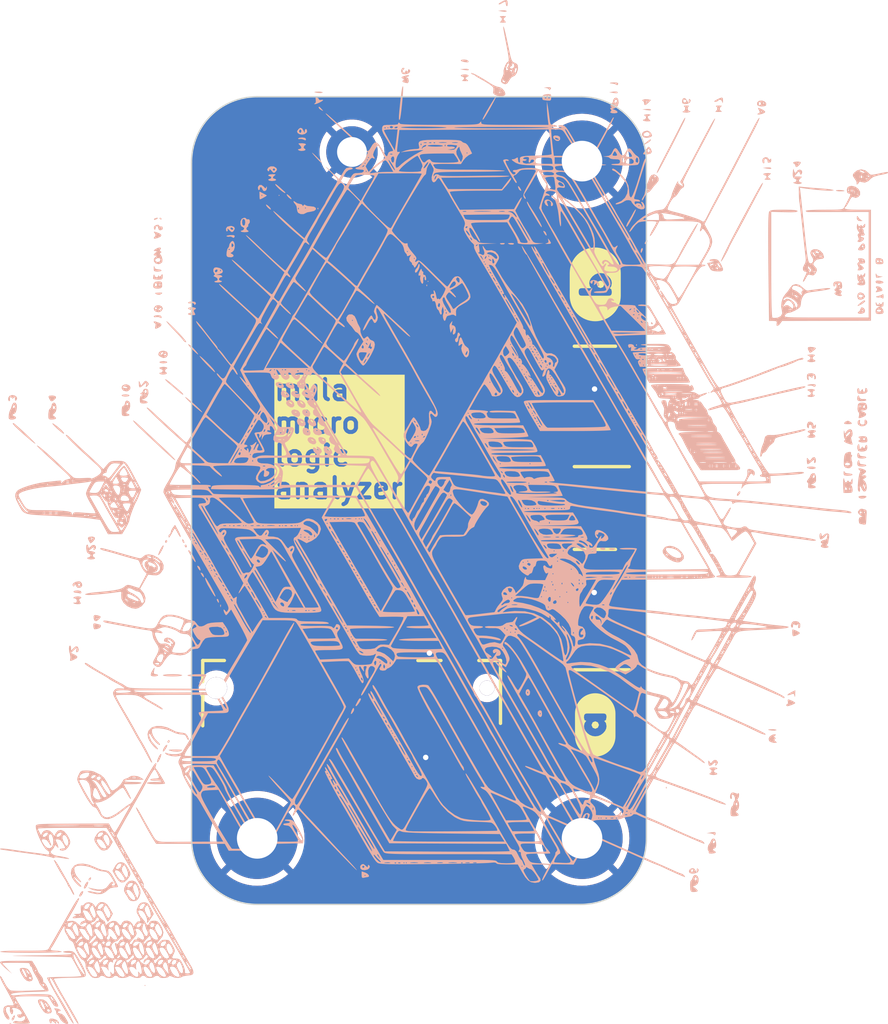
<source format=kicad_pcb>
(kicad_pcb (version 20221018) (generator pcbnew)
  (layers (0 "F.Cu" signal) (1 "In1.Cu" signal) (2 "In2.Cu" signal) (31 "B.Cu" signal) (34 "B.Paste" user) (35 "F.Paste" user) (36 "B.SilkS" user "B.Silkscreen") (37 "F.SilkS" user "F.Silkscreen") (38 "B.Mask" user) (39 "F.Mask" user) (44 "Edge.Cuts" user))
  (net 0 "")
  (net 25 "/IO0")
  (net 26 "GND")
  (net 27 "/IO1")
  (net 28 "/IO2")
  (net 29 "/IO3")
  (net 30 "/IO4")
  (net 31 "/IO5")
  (net 32 "/IO6")
  (net 33 "/IO7")
  (net 34 "/IO8")
  (net 35 "/IO9")
  (net 36 "/IO10")
  (net 37 "/IO11")
  (net 38 "/IO12")
  (net 39 "/IO13")
  (net 40 "/IO14")
  (net 41 "/IO15")
  (footprint "MountingHole:MountingHole_3mm_Pad" (layer "F.Cu") (at 127.45 107.75)
    (fp_text reference "H104" hide)
    (fp_text value "M3")
    (pad "1" thru_hole circle (at 0 0) (size 6 6) (drill 3) (layers "*.Cu" "*.Mask") (net 26 "GND"))
  )
  (footprint "MountingHole:MountingHole_3mm_Pad" (layer "F.Cu") (at 151.45 57.75)
    (fp_text reference "H102" hide)
    (fp_text value "M3")
    (pad "1" thru_hole circle (at 0 0) (size 6 6) (drill 3) (layers "*.Cu" "*.Mask") (net 26 "GND"))
  )
  (footprint "easyeda2kicad:HDR-SMD_14P-P1.27-V-M-R2-C7-LS5.3" (layer "F.Cu") (at 152.4 90.865 90)
    (fp_text reference "J101" hide)
    (fp_text value "BANK_A")
    (pad "1" smd roundrect (at -3.81 1.8 180) (size 2.2 0.74) (layers "F.Cu" "F.Paste" "F.Mask") (net 25 "/IO0"))
    (pad "2" smd rect (at -3.81 -1.8 180) (size 2.2 0.74) (layers "F.Cu" "F.Paste" "F.Mask") (net 27 "/IO1"))
    (pad "3" smd rect (at -2.54 1.8 180) (size 2.2 0.74) (layers "F.Cu" "F.Paste" "F.Mask") (net 28 "/IO2"))
    (pad "4" smd rect (at -2.54 -1.8 180) (size 2.2 0.74) (layers "F.Cu" "F.Paste" "F.Mask") (net 29 "/IO3"))
    (pad "5" smd rect (at -1.27 1.8 180) (size 2.2 0.74) (layers "F.Cu" "F.Paste" "F.Mask") (net 30 "/IO4"))
    (pad "6" smd rect (at -1.27 -1.8 180) (size 2.2 0.74) (layers "F.Cu" "F.Paste" "F.Mask") (net 31 "/IO5"))
    (pad "7" smd rect (at 0 1.8 180) (size 2.2 0.74) (layers "F.Cu" "F.Paste" "F.Mask") (net 32 "/IO6"))
    (pad "8" smd rect (at 0 -1.8 180) (size 2.2 0.74) (layers "F.Cu" "F.Paste" "F.Mask") (net 33 "/IO7"))
    (pad "9" smd rect (at 1.27 1.8 180) (size 2.2 0.74) (layers "F.Cu" "F.Paste" "F.Mask") (net 26 "GND"))
    (pad "10" smd rect (at 1.27 -1.8 180) (size 2.2 0.74) (layers "F.Cu" "F.Paste" "F.Mask") (net 26 "GND"))
    (pad "11" smd rect (at 2.54 1.8 180) (size 2.2 0.74) (layers "F.Cu" "F.Paste" "F.Mask"))
    (pad "12" smd rect (at 2.54 -1.8 180) (size 2.2 0.74) (layers "F.Cu" "F.Paste" "F.Mask"))
    (pad "13" smd rect (at 3.81 1.8 180) (size 2.2 0.74) (layers "F.Cu" "F.Paste" "F.Mask"))
    (pad "14" smd rect (at 3.81 -1.8 180) (size 2.2 0.74) (layers "F.Cu" "F.Paste" "F.Mask"))
  )
  (footprint "easyeda2kicad:CONN-SMD_NXSB0-S67XX-XXH4" (layer "F.Cu") (at 134.425 98.15 180)
    (fp_text reference "CN101" hide)
    (fp_text value "NASB0-S6701-TPH4")
    (pad "" thru_hole circle (at -10 1.5 180) (size 1.1 1.1) (drill 1.1) (layers "*.Cu" "*.Mask"))
    (pad "" thru_hole circle (at 10 1.5 180) (size 1.6 1.6) (drill 1.6) (layers "*.Cu" "*.Mask"))
    (pad "1" smd rect (at -9.25 -3.77 180) (size 0.3 1.55) (layers "F.Cu" "F.Paste" "F.Mask"))
    (pad "2" smd rect (at -9 3.77 180) (size 0.3 1.55) (layers "F.Cu" "F.Paste" "F.Mask"))
    (pad "3" smd rect (at -8.75 -3.77 180) (size 0.3 1.55) (layers "F.Cu" "F.Paste" "F.Mask"))
    (pad "4" smd rect (at -8.5 3.77 180) (size 0.3 1.55) (layers "F.Cu" "F.Paste" "F.Mask"))
    (pad "5" smd rect (at -8.25 -3.77 180) (size 0.3 1.55) (layers "F.Cu" "F.Paste" "F.Mask"))
    (pad "6" smd rect (at -8 3.77 180) (size 0.3 1.55) (layers "F.Cu" "F.Paste" "F.Mask"))
    (pad "7" smd rect (at -7.75 -3.77 180) (size 0.3 1.55) (layers "F.Cu" "F.Paste" "F.Mask"))
    (pad "8" smd rect (at -7.5 3.77 180) (size 0.3 1.55) (layers "F.Cu" "F.Paste" "F.Mask"))
    (pad "9" smd rect (at -7.25 -3.77 180) (size 0.3 1.55) (layers "F.Cu" "F.Paste" "F.Mask"))
    (pad "10" smd rect (at -7 3.77 180) (size 0.3 1.55) (layers "F.Cu" "F.Paste" "F.Mask"))
    (pad "11" smd rect (at -6.75 -3.77 180) (size 0.3 1.55) (layers "F.Cu" "F.Paste" "F.Mask"))
    (pad "20" smd rect (at -4.5 3.77 180) (size 0.3 1.55) (layers "F.Cu" "F.Paste" "F.Mask") (net 26 "GND"))
    (pad "21" smd rect (at -4.25 -3.77 180) (size 0.3 1.55) (layers "F.Cu" "F.Paste" "F.Mask") (net 41 "/IO15"))
    (pad "22" smd rect (at -4 3.77 180) (size 0.3 1.55) (layers "F.Cu" "F.Paste" "F.Mask") (net 26 "GND"))
    (pad "23" smd rect (at -3.75 -3.77 180) (size 0.3 1.55) (layers "F.Cu" "F.Paste" "F.Mask") (net 40 "/IO14"))
    (pad "24" smd rect (at -3.5 3.77 180) (size 0.3 1.55) (layers "F.Cu" "F.Paste" "F.Mask") (net 26 "GND"))
    (pad "25" smd rect (at -3.25 -3.77 180) (size 0.3 1.55) (layers "F.Cu" "F.Paste" "F.Mask") (net 39 "/IO13"))
    (pad "26" smd rect (at -3 3.77 180) (size 0.3 1.55) (layers "F.Cu" "F.Paste" "F.Mask") (net 26 "GND"))
    (pad "27" smd rect (at -2.75 -3.77 180) (size 0.3 1.55) (layers "F.Cu" "F.Paste" "F.Mask") (net 38 "/IO12"))
    (pad "28" smd rect (at -2.5 3.77 180) (size 0.3 1.55) (layers "F.Cu" "F.Paste" "F.Mask") (net 26 "GND"))
    (pad "29" smd rect (at -2.25 -3.77 180) (size 0.3 1.55) (layers "F.Cu" "F.Paste" "F.Mask") (net 37 "/IO11"))
    (pad "30" smd rect (at -2 3.77 180) (size 0.3 1.55) (layers "F.Cu" "F.Paste" "F.Mask") (net 26 "GND"))
    (pad "31" smd rect (at -1.75 -3.77 180) (size 0.3 1.55) (layers "F.Cu" "F.Paste" "F.Mask") (net 36 "/IO10"))
    (pad "32" smd rect (at -1.5 3.77 180) (size 0.3 1.55) (layers "F.Cu" "F.Paste" "F.Mask") (net 26 "GND"))
    (pad "33" smd rect (at -1.25 -3.77 180) (size 0.3 1.55) (layers "F.Cu" "F.Paste" "F.Mask") (net 35 "/IO9"))
    (pad "34" smd rect (at -1 3.77 180) (size 0.3 1.55) (layers "F.Cu" "F.Paste" "F.Mask") (net 26 "GND"))
    (pad "35" smd rect (at -0.75 -3.77 180) (size 0.3 1.55) (layers "F.Cu" "F.Paste" "F.Mask") (net 34 "/IO8"))
    (pad "36" smd rect (at -0.5 3.77 180) (size 0.3 1.55) (layers "F.Cu" "F.Paste" "F.Mask") (net 26 "GND"))
    (pad "37" smd rect (at -0.25 -3.77 180) (size 0.3 1.55) (layers "F.Cu" "F.Paste" "F.Mask") (net 33 "/IO7"))
    (pad "38" smd rect (at 0 3.77 180) (size 0.3 1.55) (layers "F.Cu" "F.Paste" "F.Mask") (net 26 "GND"))
    (pad "39" smd rect (at 0.25 -3.77 180) (size 0.3 1.55) (layers "F.Cu" "F.Paste" "F.Mask") (net 32 "/IO6"))
    (pad "40" smd rect (at 0.5 3.77 180) (size 0.3 1.55) (layers "F.Cu" "F.Paste" "F.Mask") (net 26 "GND"))
    (pad "41" smd rect (at 0.75 -3.77 180) (size 0.3 1.55) (layers "F.Cu" "F.Paste" "F.Mask") (net 31 "/IO5"))
    (pad "42" smd rect (at 1 3.77 180) (size 0.3 1.55) (layers "F.Cu" "F.Paste" "F.Mask") (net 26 "GND"))
    (pad "43" smd rect (at 1.25 -3.77 180) (size 0.3 1.55) (layers "F.Cu" "F.Paste" "F.Mask") (net 30 "/IO4"))
    (pad "44" smd rect (at 1.5 3.77 180) (size 0.3 1.55) (layers "F.Cu" "F.Paste" "F.Mask") (net 26 "GND"))
    (pad "45" smd rect (at 1.75 -3.77 180) (size 0.3 1.55) (layers "F.Cu" "F.Paste" "F.Mask") (net 29 "/IO3"))
    (pad "46" smd rect (at 2 3.77 180) (size 0.3 1.55) (layers "F.Cu" "F.Paste" "F.Mask") (net 26 "GND"))
    (pad "47" smd rect (at 2.25 -3.77 180) (size 0.3 1.55) (layers "F.Cu" "F.Paste" "F.Mask") (net 28 "/IO2"))
    (pad "48" smd rect (at 2.5 3.77 180) (size 0.3 1.55) (layers "F.Cu" "F.Paste" "F.Mask") (net 26 "GND"))
    (pad "49" smd rect (at 2.75 -3.77 180) (size 0.3 1.55) (layers "F.Cu" "F.Paste" "F.Mask") (net 27 "/IO1"))
    (pad "50" smd rect (at 3 3.77 180) (size 0.3 1.55) (layers "F.Cu" "F.Paste" "F.Mask") (net 26 "GND"))
    (pad "51" smd rect (at 3.25 -3.77 180) (size 0.3 1.55) (layers "F.Cu" "F.Paste" "F.Mask") (net 25 "/IO0"))
    (pad "52" smd rect (at 3.5 3.77 180) (size 0.3 1.55) (layers "F.Cu" "F.Paste" "F.Mask"))
    (pad "53" smd rect (at 3.75 -3.77 180) (size 0.3 1.55) (layers "F.Cu" "F.Paste" "F.Mask"))
    (pad "54" smd rect (at 4 3.77 180) (size 0.3 1.55) (layers "F.Cu" "F.Paste" "F.Mask"))
    (pad "55" smd rect (at 4.25 -3.77 180) (size 0.3 1.55) (layers "F.Cu" "F.Paste" "F.Mask"))
    (pad "56" smd rect (at 4.5 3.77 180) (size 0.3 1.55) (layers "F.Cu" "F.Paste" "F.Mask"))
    (pad "57" smd rect (at 4.75 -3.77 180) (size 0.3 1.55) (layers "F.Cu" "F.Paste" "F.Mask"))
    (pad "58" smd rect (at 5 3.77 180) (size 0.3 1.55) (layers "F.Cu" "F.Paste" "F.Mask"))
    (pad "59" smd rect (at 5.25 -3.77 180) (size 0.3 1.55) (layers "F.Cu" "F.Paste" "F.Mask"))
    (pad "60" smd rect (at 5.5 3.77 180) (size 0.3 1.55) (layers "F.Cu" "F.Paste" "F.Mask"))
    (pad "61" smd rect (at 5.75 -3.77 180) (size 0.3 1.55) (layers "F.Cu" "F.Paste" "F.Mask"))
    (pad "62" smd rect (at 6 3.77 180) (size 0.3 1.55) (layers "F.Cu" "F.Paste" "F.Mask"))
    (pad "63" smd rect (at 6.25 -3.77 180) (size 0.3 1.55) (layers "F.Cu" "F.Paste" "F.Mask"))
    (pad "64" smd rect (at 6.5 3.77 180) (size 0.3 1.55) (layers "F.Cu" "F.Paste" "F.Mask"))
    (pad "65" smd rect (at 6.75 -3.77 180) (size 0.3 1.55) (layers "F.Cu" "F.Paste" "F.Mask"))
    (pad "66" smd rect (at 7 3.77 180) (size 0.3 1.55) (layers "F.Cu" "F.Paste" "F.Mask"))
    (pad "67" smd rect (at 7.25 -3.77 180) (size 0.3 1.55) (layers "F.Cu" "F.Paste" "F.Mask"))
    (pad "68" smd rect (at 7.5 3.77 180) (size 0.3 1.55) (layers "F.Cu" "F.Paste" "F.Mask"))
    (pad "69" smd rect (at 7.75 -3.77 180) (size 0.3 1.55) (layers "F.Cu" "F.Paste" "F.Mask"))
    (pad "70" smd rect (at 8 3.77 180) (size 0.3 1.55) (layers "F.Cu" "F.Paste" "F.Mask"))
    (pad "71" smd rect (at 8.25 -3.77 180) (size 0.3 1.55) (layers "F.Cu" "F.Paste" "F.Mask"))
    (pad "72" smd rect (at 8.5 3.77 180) (size 0.3 1.55) (layers "F.Cu" "F.Paste" "F.Mask"))
    (pad "73" smd rect (at 8.75 -3.77 180) (size 0.3 1.55) (layers "F.Cu" "F.Paste" "F.Mask"))
    (pad "74" smd rect (at 9 3.77 180) (size 0.3 1.55) (layers "F.Cu" "F.Paste" "F.Mask"))
    (pad "75" smd rect (at 9.25 -3.77 180) (size 0.33 1.6) (layers "F.Cu" "F.Paste" "F.Mask"))
    (pad "76" smd rect (at 10.4 -3 180) (size 1.2 2.75) (layers "F.Cu" "F.Paste" "F.Mask") (net 26 "GND"))
    (pad "77" smd rect (at -10.4 -3 180) (size 1.2 2.75) (layers "F.Cu" "F.Paste" "F.Mask") (net 26 "GND"))
  )
  (footprint "easyeda2kicad:HDR-SMD_14P-P1.27-V-M-R2-C7-LS5.3" (layer "F.Cu") (at 152.4 75.865 90)
    (fp_text reference "J102" hide)
    (fp_text value "BANK_B")
    (pad "1" smd roundrect (at -3.81 1.8 180) (size 2.2 0.74) (layers "F.Cu" "F.Paste" "F.Mask") (net 34 "/IO8"))
    (pad "2" smd rect (at -3.81 -1.8 180) (size 2.2 0.74) (layers "F.Cu" "F.Paste" "F.Mask") (net 35 "/IO9"))
    (pad "3" smd rect (at -2.54 1.8 180) (size 2.2 0.74) (layers "F.Cu" "F.Paste" "F.Mask") (net 36 "/IO10"))
    (pad "4" smd rect (at -2.54 -1.8 180) (size 2.2 0.74) (layers "F.Cu" "F.Paste" "F.Mask") (net 37 "/IO11"))
    (pad "5" smd rect (at -1.27 1.8 180) (size 2.2 0.74) (layers "F.Cu" "F.Paste" "F.Mask") (net 38 "/IO12"))
    (pad "6" smd rect (at -1.27 -1.8 180) (size 2.2 0.74) (layers "F.Cu" "F.Paste" "F.Mask") (net 39 "/IO13"))
    (pad "7" smd rect (at 0 1.8 180) (size 2.2 0.74) (layers "F.Cu" "F.Paste" "F.Mask") (net 40 "/IO14"))
    (pad "8" smd rect (at 0 -1.8 180) (size 2.2 0.74) (layers "F.Cu" "F.Paste" "F.Mask") (net 41 "/IO15"))
    (pad "9" smd rect (at 1.27 1.8 180) (size 2.2 0.74) (layers "F.Cu" "F.Paste" "F.Mask") (net 26 "GND"))
    (pad "10" smd rect (at 1.27 -1.8 180) (size 2.2 0.74) (layers "F.Cu" "F.Paste" "F.Mask") (net 26 "GND"))
    (pad "11" smd rect (at 2.54 1.8 180) (size 2.2 0.74) (layers "F.Cu" "F.Paste" "F.Mask"))
    (pad "12" smd rect (at 2.54 -1.8 180) (size 2.2 0.74) (layers "F.Cu" "F.Paste" "F.Mask"))
    (pad "13" smd rect (at 3.81 1.8 180) (size 2.2 0.74) (layers "F.Cu" "F.Paste" "F.Mask"))
    (pad "14" smd rect (at 3.81 -1.8 180) (size 2.2 0.74) (layers "F.Cu" "F.Paste" "F.Mask"))
  )
  (footprint "kibuzzard-64C70043" (layer "F.Cu") (at 152.425 99.375 90)
    (fp_text reference "kibuzzard-64C70043" hide)
    (fp_text value "G***" hide)
  )
  (footprint "kibuzzard-64C6FCDD" (layer "F.Cu") (at 152.425 66.85 90)
    (fp_text reference "kibuzzard-64C6FCDD" hide)
    (fp_text value "G***" hide)
  )
  (footprint "MountingHole:MountingHole_3mm_Pad" (layer "F.Cu") (at 151.45 107.75)
    (fp_text reference "H103" hide)
    (fp_text value "M3")
    (pad "1" thru_hole circle (at 0 0) (size 6 6) (drill 3) (layers "*.Cu" "*.Mask") (net 26 "GND"))
  )
  (footprint "MountingHole:MountingHole_2.2mm_M2_DIN965_Pad" (layer "F.Cu") (at 134.45 57.075)
    (fp_text reference "H105" hide)
    (fp_text value "M2")
    (pad "1" thru_hole circle (at 0 0) (size 3.8 3.8) (drill 2.2) (layers "*.Cu" "*.Mask") (net 26 "GND"))
  )
  (footprint "kibuzzard-64C85072" (layer "F.Cu") (at 139.5 108.975)
    (fp_text reference "kibuzzard-64C85072" hide)
    (fp_text value "G***" hide)
    (fp_poly (pts (xy -3.666331 -0.035719) (xy -3.606006 -0.086519) (xy -3.633787 -0.145256) (xy -3.713162 -0.167481) (xy -3.815556 -0.125412) (xy -3.866356 -0.035719) (xy -3.666331 -0.035719)) (fill solid) (layer "F.Cu"))
    (fp_poly (pts (xy 3.402806 -0.035719) (xy 3.463131 -0.086519) (xy 3.43535 -0.145256) (xy 3.355975 -0.167481) (xy 3.253581 -0.125412) (xy 3.202781 -0.035719) (xy 3.402806 -0.035719)) (fill solid) (layer "F.Cu"))
    (fp_poly (pts (xy -5.542756 0.018256) (xy -5.501481 0.112713) (xy -5.401469 0.154781) (xy -5.303838 0.111919) (xy -5.264944 0.017463) (xy -5.30225 -0.078581) (xy -5.402263 -0.123031) (xy -5.503863 -0.078581) (xy -5.542756 0.018256)) (fill solid) (layer "F.Cu"))
    (fp_poly (pts (xy -0.442119 0.113506) (xy -0.342106 0.156369) (xy -0.244475 0.113506) (xy -0.205581 0.01905) (xy -0.242887 -0.076994) (xy -0.343694 -0.121444) (xy -0.445294 -0.077787) (xy -0.483394 0.018256) (xy -0.442119 0.113506)) (fill solid) (layer "F.Cu"))
    (fp_poly (pts (xy 0.457994 0.018256) (xy 0.499269 0.112713) (xy 0.599281 0.154781) (xy 0.696913 0.111919) (xy 0.735806 0.017463) (xy 0.6985 -0.078581) (xy 0.598488 -0.123031) (xy 0.496888 -0.078581) (xy 0.457994 0.018256)) (fill solid) (layer "F.Cu"))
    (fp_poly (pts (xy -2.115344 0.131763) (xy -2.012156 0.170656) (xy -1.907381 0.130969) (xy -1.868091 0.081756) (xy -1.854994 0.013494) (xy -1.867297 -0.054372) (xy -1.904206 -0.102394) (xy -2.010569 -0.140494) (xy -2.116931 -0.100806) (xy -2.153841 -0.051792) (xy -2.166144 0.015875) (xy -2.153444 0.083344) (xy -2.115344 0.131763)) (fill solid) (layer "F.Cu"))
    (fp_poly (pts (xy 6.606381 0.131763) (xy 6.709569 0.170656) (xy 6.814344 0.130969) (xy 6.853634 0.081756) (xy 6.866731 0.013494) (xy 6.854428 -0.054372) (xy 6.817519 -0.102394) (xy 6.711156 -0.140494) (xy 6.604794 -0.100806) (xy 6.567884 -0.051792) (xy 6.555581 0.015875) (xy 6.568281 0.083344) (xy 6.606381 0.131763)) (fill solid) (layer "F.Cu"))
    (fp_poly (pts (xy -7.147719 -0.926835) (xy -7.147851 -0.926835) (xy -7.238697 -0.922372) (xy -7.328668 -0.909027) (xy -7.416897 -0.886926) (xy -7.502536 -0.856284) (xy -7.584758 -0.817396) (xy -7.662773 -0.770635) (xy -7.735829 -0.716453) (xy -7.803223 -0.655372) (xy -7.864305 -0.587978) (xy -7.918487 -0.514922) (xy -7.965247 -0.436907) (xy -8.004135 -0.354685) (xy -8.034777 -0.269046) (xy -8.056878 -0.180817) (xy -8.070223 -0.090846) (xy -8.074686 0) (xy -8.070223 0.090846) (xy -8.056878 0.180817) (xy -8.034777 0.269046) (xy -8.004135 0.354685) (xy -7.965247 0.436907) (xy -7.918487 0.514922) (xy -7.864305 0.587978) (xy -7.803223 0.655372) (xy -7.735829 0.716453) (xy -7.662773 0.770635) (xy -7.584758 0.817396) (xy -7.502536 0.856284) (xy -7.416897 0.886926) (xy -7.328668 0.909027) (xy -7.238697 0.922372) (xy -7.147851 0.926835) (xy -7.147719 0.926835) (xy -6.063456 0.926835) (xy -6.063456 0.435769) (xy -6.144022 0.424656) (xy -6.185694 0.391319) (xy -6.199188 0.34925) (xy -6.201569 0.294481) (xy -6.201569 0.016669) (xy -6.226175 -0.086916) (xy -6.299994 -0.121444) (xy -6.3754 -0.084931) (xy -6.395244 0.018256) (xy -6.395244 0.296069) (xy -6.397625 0.351631) (xy -6.412706 0.392906) (xy -6.454775 0.425053) (xy -6.536531 0.435769) (xy -6.617097 0.424656) (xy -6.658769 0.391319) (xy -6.672263 0.34925) (xy -6.674644 0.294481) (xy -6.674644 0.016669) (xy -6.69925 -0.086916) (xy -6.773069 -0.121444) (xy -6.844506 -0.086916) (xy -6.868319 0.016669) (xy -6.868319 0.297656) (xy -6.8707 0.352425) (xy -6.885781 0.394494) (xy -6.928644 0.42545) (xy -7.009606 0.435769) (xy -7.090172 0.425053) (xy -7.131844 0.392906) (xy -7.145338 0.351631) (xy -7.147719 0.296069) (xy -7.147719 -0.262731) (xy -7.145338 -0.3175) (xy -7.130256 -0.357981) (xy -7.090172 -0.390128) (xy -7.017544 -0.400844) (xy -6.901656 -0.372269) (xy -6.874669 -0.289719) (xy -6.792516 -0.374253) (xy -6.695281 -0.402431) (xy -6.596503 -0.387085) (xy -6.51607 -0.341048) (xy -6.453981 -0.264319) (xy -6.411913 -0.314325) (xy -6.333331 -0.371475) (xy -6.222206 -0.402431) (xy -6.105525 -0.378023) (xy -6.009481 -0.3048) (xy -5.961856 -0.225513) (xy -5.933281 -0.117828) (xy -5.923756 0.018256) (xy -5.923756 0.296069) (xy -5.926138 0.350838) (xy -5.941219 0.392906) (xy -5.982097 0.425053) (xy -6.063456 0.435769) (xy -6.063456 0.926835) (xy -5.102225 0.926835) (xy -5.102225 0.432594) (xy -5.218113 0.411163) (xy -5.252244 0.348456) (xy -5.330627 0.411559) (xy -5.4483 0.432594) (xy -5.537641 0.418659) (xy -5.622572 0.376855) (xy -5.703094 0.307181) (xy -5.768358 0.219075) (xy -5.807516 0.121973) (xy -5.820569 0.015875) (xy -5.807428 -0.090135) (xy -5.768005 -0.186972) (xy -5.7023 -0.274638) (xy -5.620897 -0.34387) (xy -5.534378 -0.38541) (xy -5.442744 -0.399256) (xy -5.344319 -0.380206) (xy -5.282406 -0.344487) (xy -5.253831 -0.311944) (xy -5.217716 -0.378619) (xy -5.128419 -0.400844) (xy -5.036344 -0.391319) (xy -4.994275 -0.357981) (xy -4.979988 -0.315913) (xy -4.977606 -0.261144) (xy -4.977606 0.294481) (xy -4.979988 0.34925) (xy -4.993481 0.391319) (xy -5.03178 0.422275) (xy -5.102225 0.432594) (xy -5.102225 0.926835) (xy -4.407694 0.926835) (xy -4.407694 0.435769) (xy -4.508941 0.427478) (xy -4.592549 0.402608) (xy -4.658519 0.361156) (xy -4.706144 0.299949) (xy -4.734719 0.215812) (xy -4.744244 0.108744) (xy -4.744244 -0.126206) (xy -4.809331 -0.121444) (xy -4.867275 -0.148431) (xy -4.890294 -0.240506) (xy -4.882356 -0.334963) (xy -4.860131 -0.377031) (xy -4.796631 -0.397669) (xy -4.744244 -0.391319) (xy -4.744244 -0.554831) (xy -4.741862 -0.608806) (xy -4.726781 -0.646906) (xy -4.685903 -0.676672) (xy -4.604544 -0.686594) (xy -4.518422 -0.671909) (xy -4.475956 -0.627856) (xy -4.468019 -0.546894) (xy -4.468019 -0.391319) (xy -4.36245 -0.397669) (xy -4.308475 -0.395287) (xy -4.266406 -0.380206) (xy -4.23545 -0.339328) (xy -4.225131 -0.257969) (xy -4.235847 -0.177403) (xy -4.267994 -0.135731) (xy -4.310063 -0.122237) (xy -4.364831 -0.119856) (xy -4.468019 -0.126206) (xy -4.468019 0.092869) (xy -4.454525 0.154781) (xy -4.403725 0.173831) (xy -4.346575 0.176213) (xy -4.304506 0.191294) (xy -4.267994 0.297656) (xy -4.279106 0.378222) (xy -4.312444 0.419894) (xy -4.354512 0.433388) (xy -4.407694 0.435769) (xy -4.407694 0.926835) (xy -3.710781 0.926835) (xy -3.710781 0.456406) (xy -3.821708 0.446286) (xy -3.919537 0.415925) (xy -4.000698 0.368895) (xy -4.061619 0.308769) (xy -4.117181 0.219692) (xy -4.150519 0.123913) (xy -4.161631 0.021431) (xy -4.147256 -0.103011) (xy -4.104128 -0.209638) (xy -4.03225 -0.29845) (xy -3.938852 -0.365037) (xy -3.831167 -0.404989) (xy -3.709194 -0.418306) (xy -3.606205 -0.408583) (xy -3.5179 -0.379413) (xy -3.44428 -0.330795) (xy -3.385344 -0.262731) (xy -3.344862 -0.176411) (xy -3.331369 -0.08255) (xy -3.343473 0.002381) (xy -3.379787 0.061912) (xy -3.486944 0.108744) (xy -3.863181 0.108744) (xy -3.810794 0.183356) (xy -3.706019 0.213519) (xy -3.623866 0.208756) (xy -3.561556 0.194469) (xy -3.544094 0.188119) (xy -3.480594 0.170656) (xy -3.393281 0.242094) (xy -3.372644 0.315119) (xy -3.393777 0.376932) (xy -3.457178 0.421084) (xy -3.562846 0.447576) (xy -3.710781 0.456406) (xy -3.710781 0.926835) (xy -2.961481 0.926835) (xy -2.961481 0.794544) (xy -3.015456 0.792163) (xy -3.055144 0.778669) (xy -3.0861 0.738584) (xy -3.096419 0.662781) (xy -3.090069 0.606074) (xy -3.090069 0.435769) (xy -3.170634 0.425053) (xy -3.212306 0.392906) (xy -3.2258 0.351631) (xy -3.228181 0.296069) (xy -3.228181 -0.261144) (xy -3.2258 -0.315913) (xy -3.212306 -0.357981) (xy -3.170237 -0.388937) (xy -3.089275 -0.399156) (xy -3.089275 -0.513556) (xy -3.169444 -0.523081) (xy -3.211512 -0.556419) (xy -3.2258 -0.598488) (xy -3.228181 -0.653256) (xy -3.2258 -0.708025) (xy -3.212306 -0.748506) (xy -3.170237 -0.780653) (xy -3.088481 -0.791369) (xy -3.008312 -0.780653) (xy -2.967831 -0.748506) (xy -2.95275 -0.706437) (xy -2.950369 -0.651669) (xy -2.95275 -0.5969) (xy -2.967037 -0.555625) (xy -3.009106 -0.523081) (xy -3.089275 -0.513556) (xy -3.089275 -0.399156) (xy -3.088481 -0.399256) (xy -2.980531 -0.372269) (xy -2.951956 -0.304006) (xy -2.950369 -0.257969) (xy -2.950369 0.297656) (xy -2.95275 0.352425) (xy -2.967831 0.394494) (xy -3.008709 0.42545) (xy -3.090069 0.435769) (xy -3.090069 0.606074) (xy -3.087886 0.586581) (xy -3.062287 0.545306) (xy -2.970212 0.521494) (xy -2.867819 0.489744) (xy -2.834481 0.445294) (xy -2.823369 0.375444) (xy -2.823369 -0.278606) (xy -2.808287 -0.360362) (xy -2.763837 -0.396081) (xy -2.688431 -0.405221) (xy -2.688431 -0.516731) (xy -2.766219 -0.526256) (xy -2.8067 -0.5588) (xy -2.820987 -0.600075) (xy -2.823369 -0.654844) (xy -2.820987 -0.708819) (xy -2.807494 -0.748506) (xy -2.765822 -0.779463) (xy -2.685256 -0.789781) (xy -2.607866 -0.779463) (xy -2.566194 -0.748506) (xy -2.5527 -0.710406) (xy -2.550319 -0.658019) (xy -2.550319 -0.648494) (xy -2.5527 -0.596106) (xy -2.567781 -0.556419) (xy -2.60985 -0.525463) (xy -2.688431 -0.516731) (xy -2.688431 -0.405221) (xy -2.685256 -0.405606) (xy -2.607469 -0.396081) (xy -2.566987 -0.363537) (xy -2.5527 -0.322263) (xy -2.550319 -0.267494) (xy -2.550319 0.386556) (xy -2.564606 0.502091) (xy -2.607469 0.601045) (xy -2.678906 0.683419) (xy -2.767453 0.745155) (xy -2.861645 0.782197) (xy -2.961481 0.794544) (xy -2.961481 0.926835) (xy -2.010569 0.926835) (xy -2.010569 0.450056) (xy -2.113756 0.437158) (xy -2.213769 0.398463) (xy -2.304455 0.334566) (xy -2.379662 0.246063) (xy -2.430264 0.138708) (xy -2.447131 0.018256) (xy -2.432315 -0.101335) (xy -2.387865 -0.20611) (xy -2.313781 -0.296069) (xy -2.220648 -0.36486) (xy -2.119048 -0.406135) (xy -2.008981 -0.419894) (xy -1.899091 -0.406224) (xy -1.79802 -0.365213) (xy -1.705769 -0.296863) (xy -1.632567 -0.207345) (xy -1.588647 -0.102835) (xy -1.574006 0.016669) (xy -1.591072 0.141089) (xy -1.642269 0.250825) (xy -1.717873 0.339725) (xy -1.808162 0.401638) (xy -1.90758 0.437952) (xy -2.010569 0.450056) (xy -2.010569 0.926835) (xy -1.332706 0.926835) (xy -1.332706 0.435769) (xy -1.442244 0.408781) (xy -1.470819 0.340519) (xy -1.470819 0.294481) (xy -1.470819 -0.262731) (xy -1.468437 -0.3175) (xy -1.454944 -0.357981) (xy -1.412875 -0.390128) (xy -1.331119 -0.400844) (xy -1.253728 -0.391716) (xy -1.212056 -0.364331) (xy -1.194594 -0.311944) (xy -1.171575 -0.338931) (xy -1.107281 -0.381794) (xy -1.020762 -0.408781) (xy -0.958056 -0.404812) (xy -0.902494 -0.391319) (xy -0.852487 -0.358775) (xy -0.832644 -0.284956) (xy -0.862806 -0.173831) (xy -0.950119 -0.113506) (xy -1.004887 -0.126206) (xy -1.073944 -0.138906) (xy -1.154112 -0.108744) (xy -1.191419 -0.035719) (xy -1.191419 0.297656) (xy -1.1938 0.352425) (xy -1.208881 0.394494) (xy -1.251744 0.42545) (xy -1.332706 0.435769) (xy -1.332706 0.926835) (xy -0.074612 0.926835) (xy -0.074612 0.434181) (xy -0.160536 0.414734) (xy -0.197644 0.356394) (xy -0.277416 0.413544) (xy -0.383381 0.432594) (xy -0.475809 0.418747) (xy -0.562592 0.377208) (xy -0.643731 0.307975) (xy -0.708995 0.22031) (xy -0.748153 0.123472) (xy -0.761206 0.017463) (xy -0.748065 -0.088635) (xy -0.708642 -0.185737) (xy -0.642937 -0.273844) (xy -0.561534 -0.343517) (xy -0.475015 -0.385322) (xy -0.383381 -0.399256) (xy -0.279003 -0.379413) (xy -0.200819 -0.319881) (xy -0.200819 -0.653256) (xy -0.198437 -0.708025) (xy -0.18415 -0.7493) (xy -0.142081 -0.781844) (xy -0.061912 -0.791369) (xy 0.018256 -0.781844) (xy 0.060325 -0.748506) (xy 0.074613 -0.706437) (xy 0.076994 -0.651669) (xy 0.076994 0.296069) (xy 0.074613 0.350838) (xy 0.059531 0.391319) (xy 0.014089 0.423466) (xy -0.074612 0.434181) (xy -0.074612 0.926835) (xy 0.898525 0.926835) (xy 0.898525 0.432594) (xy 0.782638 0.411163) (xy 0.748506 0.348456) (xy 0.670123 0.411559) (xy 0.55245 0.432594) (xy 0.463109 0.418659) (xy 0.378178 0.376855) (xy 0.297656 0.307181) (xy 0.232392 0.219075) (xy 0.193234 0.121973) (xy 0.180181 0.015875) (xy 0.193322 -0.090135) (xy 0.232745 -0.186972) (xy 0.29845 -0.274638) (xy 0.379853 -0.34387) (xy 0.466372 -0.38541) (xy 0.558006 -0.399256) (xy 0.656431 -0.380206) (xy 0.718344 -0.344487) (xy 0.746919 -0.311944) (xy 0.783034 -0.378619) (xy 0.872331 -0.400844) (xy 0.964406 -0.391319) (xy 1.006475 -0.357981) (xy 1.020763 -0.315913) (xy 1.023144 -0.261144) (xy 1.023144 0.294481) (xy 1.020763 0.34925) (xy 1.007269 0.391319) (xy 0.96897 0.422275) (xy 0.898525 0.432594) (xy 0.898525 0.926835) (xy 1.558131 0.926835) (xy 1.558131 0.443706) (xy 1.460941 0.431888) (xy 1.36622 0.396434) (xy 1.273969 0.337344) (xy 1.214834 0.278011) (xy 1.167606 0.201613) (xy 1.13665 0.112316) (xy 1.126331 0.014288) (xy 1.13665 -0.083344) (xy 1.167606 -0.17145) (xy 1.214834 -0.246658) (xy 1.273969 -0.305594) (xy 1.363751 -0.363802) (xy 1.457413 -0.398727) (xy 1.554956 -0.410369) (xy 1.672431 -0.3937) (xy 1.756569 -0.361156) (xy 1.781969 -0.345281) (xy 1.826419 -0.315119) (xy 1.867694 -0.242887) (xy 1.834356 -0.151606) (xy 1.778397 -0.086122) (xy 1.724819 -0.064294) (xy 1.639094 -0.099219) (xy 1.557338 -0.126206) (xy 1.458119 -0.088106) (xy 1.412081 0.017463) (xy 1.456531 0.122237) (xy 1.550988 0.159544) (xy 1.64465 0.130175) (xy 1.715294 0.100806) (xy 1.768078 0.121841) (xy 1.831181 0.184944) (xy 1.867694 0.267494) (xy 1.845866 0.325834) (xy 1.780381 0.380206) (xy 1.679575 0.427831) (xy 1.558131 0.443706) (xy 1.558131 0.926835) (xy 2.664619 0.926835) (xy 2.664619 0.435769) (xy 2.586038 0.42545) (xy 2.543969 0.394494) (xy 2.528888 0.351631) (xy 2.526506 0.294481) (xy 2.526506 0.016669) (xy 2.489994 -0.084931) (xy 2.397125 -0.121444) (xy 2.297906 -0.087313) (xy 2.248694 -0.010319) (xy 2.248694 0.297656) (xy 2.246313 0.352425) (xy 2.231231 0.394494) (xy 2.190353 0.42545) (xy 2.108994 0.435769) (xy 2.028428 0.425053) (xy 1.986756 0.392906) (xy 1.973263 0.351631) (xy 1.970881 0.296069) (xy 1.970881 -0.653256) (xy 1.973263 -0.708025) (xy 1.986756 -0.748506) (xy 2.028825 -0.780653) (xy 2.110581 -0.791369) (xy 2.19075 -0.780653) (xy 2.231231 -0.748506) (xy 2.246313 -0.706437) (xy 2.248694 -0.651669) (xy 2.248694 -0.300831) (xy 2.334816 -0.373459) (xy 2.434431 -0.397669) (xy 2.534356 -0.384263) (xy 2.622462 -0.344047) (xy 2.69875 -0.277019) (xy 2.757399 -0.190588) (xy 2.792589 -0.092163) (xy 2.804319 0.018256) (xy 2.804319 0.297656) (xy 2.801938 0.352425) (xy 2.786856 0.394494) (xy 2.745978 0.42545) (xy 2.664619 0.435769) (xy 2.664619 0.926835) (xy 3.358356 0.926835) (xy 3.358356 0.456406) (xy 3.24743 0.446286) (xy 3.1496 0.415925) (xy 3.068439 0.368895) (xy 3.007519 0.308769) (xy 2.951956 0.219692) (xy 2.918619 0.123913) (xy 2.907506 0.021431) (xy 2.921882 -0.103011) (xy 2.965009 -0.209638) (xy 3.036888 -0.29845) (xy 3.130285 -0.365037) (xy 3.237971 -0.404989) (xy 3.359944 -0.418306) (xy 3.462933 -0.408583) (xy 3.551238 -0.379413) (xy 3.624858 -0.330795) (xy 3.683794 -0.262731) (xy 3.724275 -0.176411) (xy 3.737769 -0.08255) (xy 3.725664 0.002381) (xy 3.68935 0.061912) (xy 3.582194 0.108744) (xy 3.205956 0.108744) (xy 3.258344 0.183356) (xy 3.363119 0.213519) (xy 3.445272 0.208756) (xy 3.507581 0.194469) (xy 3.525044 0.188119) (xy 3.588544 0.170656) (xy 3.675856 0.242094) (xy 3.696494 0.315119) (xy 3.67536 0.376932) (xy 3.611959 0.421084) (xy 3.506291 0.447576) (xy 3.358356 0.456406) (xy 3.358356 0.926835) (xy 3.9751 0.926835) (xy 3.9751 0.437356) (xy 3.895328 0.429816) (xy 3.8481 0.407194) (xy 3.817144 0.292894) (xy 3.817144 0.286544) (xy 3.819525 0.230981) (xy 3.834606 0.188119) (xy 3.876477 0.1524) (xy 3.954463 0.140494) (xy 4.035623 0.148828) (xy 4.087019 0.173831) (xy 4.114006 0.284956) (xy 4.114006 0.291306) (xy 4.111625 0.347663) (xy 4.094956 0.391319) (xy 4.053086 0.425847) (xy 3.9751 0.437356) (xy 3.9751 0.926835) (xy 4.355306 0.926835) (xy 4.355306 0.435769) (xy 4.274741 0.425053) (xy 4.233069 0.392906) (xy 4.219575 0.351631) (xy 4.217194 0.296069) (xy 4.217194 -0.261144) (xy 4.219575 -0.315913) (xy 4.233069 -0.357981) (xy 4.275138 -0.388937) (xy 4.3561 -0.399156) (xy 4.3561 -0.513556) (xy 4.275931 -0.523081) (xy 4.233863 -0.556419) (xy 4.219575 -0.598488) (xy 4.217194 -0.653256) (xy 4.219575 -0.708025) (xy 4.233069 -0.748506) (xy 4.275138 -0.780653) (xy 4.356894 -0.791369) (xy 4.437063 -0.780653) (xy 4.477544 -0.748506) (xy 4.492625 -0.706437) (xy 4.495006 -0.651669) (xy 4.492625 -0.5969) (xy 4.478338 -0.555625) (xy 4.436269 -0.523081) (xy 4.3561 -0.513556) (xy 4.3561 -0.399156) (xy 4.356894 -0.399256) (xy 4.464844 -0.372269) (xy 4.493419 -0.304006) (xy 4.495006 -0.257969) (xy 4.495006 0.297656) (xy 4.492625 0.352425) (xy 4.477544 0.394494) (xy 4.436666 0.42545) (xy 4.355306 0.435769) (xy 4.355306 0.926835) (xy 5.317331 0.926835) (xy 5.317331 0.434181) (xy 5.228431 0.419497) (xy 5.187156 0.375444) (xy 5.177631 0.294481) (xy 5.177631 0.015081) (xy 5.140325 -0.086519) (xy 5.040313 -0.123031) (xy 4.938713 -0.084931) (xy 4.899819 0.015081) (xy 4.899819 0.296069) (xy 4.897438 0.350838) (xy 4.882356 0.391319) (xy 4.841478 0.423466) (xy 4.760119 0.434181) (xy 4.679553 0.423466) (xy 4.637881 0.391319) (xy 4.624388 0.34925) (xy 4.622006 0.294481) (xy 4.622006 -0.267494) (xy 4.624388 -0.320675) (xy 4.639469 -0.361156) (xy 4.681141 -0.390922) (xy 4.761706 -0.400844) (xy 4.839891 -0.391716) (xy 4.880769 -0.364331) (xy 4.896644 -0.299244) (xy 4.925219 -0.330994) (xy 4.968081 -0.364331) (xy 5.087144 -0.400844) (xy 5.187068 -0.38735) (xy 5.275174 -0.346869) (xy 5.351463 -0.2794) (xy 5.410112 -0.192528) (xy 5.445301 -0.093839) (xy 5.457031 0.016669) (xy 5.457031 0.296069) (xy 5.45465 0.350838) (xy 5.441156 0.391319) (xy 5.399088 0.423466) (xy 5.317331 0.434181) (xy 5.317331 0.926835) (xy 5.828506 0.926835) (xy 5.828506 0.437356) (xy 5.749925 0.427037) (xy 5.707856 0.3937) (xy 5.692775 0.351631) (xy 5.690394 0.296069) (xy 5.690394 -0.124619) (xy 5.633244 -0.124619) (xy 5.574506 -0.143669) (xy 5.544344 -0.259556) (xy 5.567759 -0.357187) (xy 5.638006 -0.389731) (xy 5.690394 -0.389731) (xy 5.690394 -0.473869) (xy 5.712222 -0.590352) (xy 5.777706 -0.695325) (xy 5.844558 -0.750447) (xy 5.928695 -0.783519) (xy 6.030119 -0.794544) (xy 6.084888 -0.792163) (xy 6.126956 -0.777081) (xy 6.159103 -0.736203) (xy 6.169819 -0.654844) (xy 6.142831 -0.545306) (xy 6.072981 -0.516731) (xy 6.028531 -0.516731) (xy 5.969794 -0.477044) (xy 5.969794 -0.389731) (xy 6.072981 -0.399256) (xy 6.159897 -0.384175) (xy 6.201569 -0.338931) (xy 6.211094 -0.259556) (xy 6.200775 -0.180975) (xy 6.168231 -0.138906) (xy 6.071394 -0.119856) (xy 5.969794 -0.126206) (xy 5.969794 0.299244) (xy 5.954713 0.388938) (xy 5.908675 0.427831) (xy 5.828506 0.437356) (xy 5.828506 0.926835) (xy 6.711156 0.926835) (xy 6.711156 0.450056) (xy 6.607969 0.437158) (xy 6.507956 0.398463) (xy 6.41727 0.334566) (xy 6.342063 0.246063) (xy 6.291461 0.138708) (xy 6.274594 0.018256) (xy 6.28941 -0.101335) (xy 6.33386 -0.20611) (xy 6.407944 -0.296069) (xy 6.501077 -0.36486) (xy 6.602677 -0.406135) (xy 6.712744 -0.419894) (xy 6.822634 -0.406224) (xy 6.923705 -0.365213) (xy 7.015956 -0.296863) (xy 7.089158 -0.207345) (xy 7.133078 -0.102835) (xy 7.147719 0.016669) (xy 7.130653 0.141089) (xy 7.079456 0.250825) (xy 7.003852 0.339725) (xy 6.913563 0.401638) (xy 6.814145 0.437952) (xy 6.711156 0.450056) (xy 6.711156 0.926835) (xy 7.147719 0.926835) (xy 7.147851 0.926835) (xy 7.238697 0.922372) (xy 7.328668 0.909027) (xy 7.416897 0.886926) (xy 7.502536 0.856284) (xy 7.584758 0.817396) (xy 7.662773 0.770635) (xy 7.735829 0.716453) (xy 7.803223 0.655372) (xy 7.864305 0.587978) (xy 7.918487 0.514922) (xy 7.965247 0.436907) (xy 8.004135 0.354685) (xy 8.034777 0.269046) (xy 8.056878 0.180817) (xy 8.070223 0.090846) (xy 8.074686 0) (xy 8.070223 -0.090846) (xy 8.056878 -0.180817) (xy 8.034777 -0.269046) (xy 8.004135 -0.354685) (xy 7.965247 -0.436907) (xy 7.918487 -0.514922) (xy 7.864305 -0.587978) (xy 7.803223 -0.655372) (xy 7.735829 -0.716453) (xy 7.662773 -0.770635) (xy 7.584758 -0.817396) (xy 7.502536 -0.856284) (xy 7.416897 -0.886926) (xy 7.328668 -0.909027) (xy 7.238697 -0.922372) (xy 7.147851 -0.926835) (xy 7.147719 -0.926835) (xy -7.147719 -0.926835)) (fill solid) (layer "F.Cu"))
  )
  (footprint "LOGO" (layer "B.Cu") (at 141.3 83.35 90)
    (fp_text reference "G***" hide)
    (fp_text value "LOGO" hide)
  )
  (gr_line (start 127.427338 52.997346) (end 151.377338 52.997346) (stroke (width 0.1)) (layer "Edge.Cuts"))
  (gr_line (start 122.601011 57.823673) (end 122.601011 107.8) (stroke (width 0.1)) (layer "Edge.Cuts"))
  (gr_arc (start 122.601011 57.823673) (mid 124.014621 54.410975) (end 127.427338 52.997346) (stroke (width 0.1)) (layer "Edge.Cuts"))
  (gr_arc (start 127.427338 112.626327) (mid 124.014609 111.212729) (end 122.601011 107.8) (stroke (width 0.1)) (layer "Edge.Cuts"))
  (gr_arc (start 156.203665 107.8) (mid 154.790067 111.212729) (end 151.377338 112.626327) (stroke (width 0.1)) (layer "Edge.Cuts"))
  (gr_line (start 156.203665 107.8) (end 156.203665 57.823673) (stroke (width 0.1)) (layer "Edge.Cuts"))
  (gr_line (start 127.427338 112.626327) (end 151.377338 112.626327) (stroke (width 0.1)) (layer "Edge.Cuts"))
  (gr_arc (start 151.377338 52.997346) (mid 154.790052 54.410956) (end 156.203665 57.823673) (stroke (width 0.1)) (layer "Edge.Cuts"))
  (gr_text "mula\nmicro\nlogic\nanalyzer" (at 128.55 82.775) (layer "F.SilkS" knockout) (effects (font (size 1.5 1.5) (thickness 0.3) bold) (justify left bottom)))
  (segment (start 135.6 107.05) (end 146.578302 107.05) (width 0.15) (layer "F.Cu") (net 25))
  (segment (start 152.7 94.675) (end 154.2 94.675) (width 0.15) (layer "F.Cu") (net 25))
  (segment (start 151.925 95.45) (end 152.7 94.675) (width 0.15) (layer "F.Cu") (net 25))
  (segment (start 150.1 95.45) (end 151.925 95.45) (width 0.15) (layer "F.Cu") (net 25))
  (segment (start 149.5 96.05) (end 150.1 95.45) (width 0.15) (layer "F.Cu") (net 25))
  (segment (start 131.175 101.92) (end 131.175 102.625) (width 0.15) (layer "F.Cu") (net 25))
  (segment (start 131.175 102.625) (end 135.6 107.05) (width 0.15) (layer "F.Cu") (net 25))
  (segment (start 149.5 104.128295) (end 149.5 96.05) (width 0.15) (layer "F.Cu") (net 25))
  (segment (start 146.578302 107.05) (end 149.5 104.128295) (width 0.15) (layer "F.Cu") (net 25))
  (segment (start 131.425 94.38) (end 131.425 96.15) (width 0.25) (layer "F.Cu") (net 26))
  (via (at 152.375 74.575) (size 0.8) (drill 0.4) (layers "F.Cu" "B.Cu") (net 26))
  (via (at 152.35 89.6) (size 0.8) (drill 0.4) (layers "F.Cu" "B.Cu") (net 26))
  (via (at 140.175 94.075) (size 0.8) (drill 0.4) (layers "F.Cu" "B.Cu") (net 26))
  (via (at 139.9 101.775) (size 0.8) (drill 0.4) (layers "F.Cu" "B.Cu") (net 26))
  (segment (start 131.675 101.92) (end 131.675 102.625) (width 0.15) (layer "F.Cu") (net 27))
  (segment (start 135.85 106.8) (end 146.47475 106.799998) (width 0.15) (layer "F.Cu") (net 27))
  (segment (start 149.45 94.675) (end 150.6 94.675) (width 0.15) (layer "F.Cu") (net 27))
  (segment (start 149.25 104.024742) (end 149.25 94.875) (width 0.15) (layer "F.Cu") (net 27))
  (segment (start 131.675 102.625) (end 135.85 106.8) (width 0.15) (layer "F.Cu") (net 27))
  (segment (start 146.47475 106.799998) (end 149.25 104.024742) (width 0.15) (layer "F.Cu") (net 27))
  (segment (start 149.25 94.875) (end 149.45 94.675) (width 0.15) (layer "F.Cu") (net 27))
  (segment (start 132.175 101.92) (end 132.175 102.625) (width 0.15) (layer "F.Cu") (net 28))
  (segment (start 136.1 106.55) (end 146.371196 106.549999) (width 0.15) (layer "F.Cu") (net 28))
  (segment (start 149 103.921189) (end 149 94.455) (width 0.15) (layer "F.Cu") (net 28))
  (segment (start 149.505 93.95) (end 152.1 93.95) (width 0.15) (layer "F.Cu") (net 28))
  (segment (start 146.371196 106.549999) (end 149 103.921189) (width 0.15) (layer "F.Cu") (net 28))
  (segment (start 152.645 93.405) (end 154.2 93.405) (width 0.15) (layer "F.Cu") (net 28))
  (segment (start 152.1 93.95) (end 152.645 93.405) (width 0.15) (layer "F.Cu") (net 28))
  (segment (start 149 94.455) (end 149.505 93.95) (width 0.15) (layer "F.Cu") (net 28))
  (segment (start 132.175 102.625) (end 136.1 106.55) (width 0.15) (layer "F.Cu") (net 28))
  (segment (start 148.75 94.05) (end 149.395 93.405) (width 0.15) (layer "F.Cu") (net 29))
  (segment (start 132.675 101.92) (end 132.675 102.625) (width 0.15) (layer "F.Cu") (net 29))
  (segment (start 149.395 93.405) (end 150.6 93.405) (width 0.15) (layer "F.Cu") (net 29))
  (segment (start 132.675 102.625) (end 136.35 106.3) (width 0.15) (layer "F.Cu") (net 29))
  (segment (start 148.75 103.817636) (end 148.75 94.05) (width 0.15) (layer "F.Cu") (net 29))
  (segment (start 146.267642 106.3) (end 148.75 103.817636) (width 0.15) (layer "F.Cu") (net 29))
  (segment (start 136.35 106.3) (end 146.267642 106.3) (width 0.15) (layer "F.Cu") (net 29))
  (segment (start 133.175 101.92) (end 133.175 102.625) (width 0.15) (layer "F.Cu") (net 30))
  (segment (start 148.5 103.714083) (end 148.5 93.685) (width 0.15) (layer "F.Cu") (net 30))
  (segment (start 133.175 102.625) (end 136.6 106.05) (width 0.15) (layer "F.Cu") (net 30))
  (segment (start 152.715 92.135) (end 154.2 92.135) (width 0.15) (layer "F.Cu") (net 30))
  (segment (start 146.16409 106.049998) (end 148.5 103.714083) (width 0.15) (layer "F.Cu") (net 30))
  (segment (start 148.5 93.685) (end 149.505 92.68) (width 0.15) (layer "F.Cu") (net 30))
  (segment (start 149.505 92.68) (end 152.17 92.68) (width 0.15) (layer "F.Cu") (net 30))
  (segment (start 152.17 92.68) (end 152.715 92.135) (width 0.15) (layer "F.Cu") (net 30))
  (segment (start 136.6 106.05) (end 146.16409 106.049998) (width 0.15) (layer "F.Cu") (net 30))
  (segment (start 146.060536 105.799999) (end 148.25 103.61053) (width 0.15) (layer "F.Cu") (net 31))
  (segment (start 149.35 92.135) (end 150.6 92.135) (width 0.15) (layer "F.Cu") (net 31))
  (segment (start 148.25 103.61053) (end 148.25 93.235) (width 0.15) (layer "F.Cu") (net 31))
  (segment (start 136.825 105.8) (end 146.060536 105.799999) (width 0.15) (layer "F.Cu") (net 31))
  (segment (start 133.675 101.92) (end 133.675 102.65) (width 0.15) (layer "F.Cu") (net 31))
  (segment (start 148.25 93.235) (end 149.35 92.135) (width 0.15) (layer "F.Cu") (net 31))
  (segment (start 133.675 102.65) (end 136.825 105.8) (width 0.15) (layer "F.Cu") (net 31))
  (segment (start 152.0975 91.41) (end 152.6425 90.865) (width 0.15) (layer "F.Cu") (net 32))
  (segment (start 148 103.506977) (end 148 92.915) (width 0.15) (layer "F.Cu") (net 32))
  (segment (start 145.956982 105.55) (end 148 103.506977) (width 0.15) (layer "F.Cu") (net 32))
  (segment (start 134.175 101.92) (end 134.175 102.625) (width 0.15) (layer "F.Cu") (net 32))
  (segment (start 137.1 105.55) (end 145.956982 105.55) (width 0.15) (layer "F.Cu") (net 32))
  (segment (start 148 92.915) (end 149.505 91.41) (width 0.15) (layer "F.Cu") (net 32))
  (segment (start 152.6425 90.865) (end 154.2 90.865) (width 0.15) (layer "F.Cu") (net 32))
  (segment (start 134.175 102.625) (end 137.1 105.55) (width 0.15) (layer "F.Cu") (net 32))
  (segment (start 149.505 91.41) (end 152.0975 91.41) (width 0.15) (layer "F.Cu") (net 32))
  (segment (start 134.675 102.625) (end 137.35 105.3) (width 0.15) (layer "F.Cu") (net 33))
  (segment (start 147.75 103.403424) (end 147.75 92.465) (width 0.15) (layer "F.Cu") (net 33))
  (segment (start 145.85343 105.299998) (end 147.75 103.403424) (width 0.15) (layer "F.Cu") (net 33))
  (segment (start 137.35 105.3) (end 145.85343 105.299998) (width 0.15) (layer "F.Cu") (net 33))
  (segment (start 149.35 90.865) (end 150.6 90.865) (width 0.15) (layer "F.Cu") (net 33))
  (segment (start 134.675 101.92) (end 134.675 102.625) (width 0.15) (layer "F.Cu") (net 33))
  (segment (start 147.75 92.465) (end 149.35 90.865) (width 0.15) (layer "F.Cu") (net 33))
  (segment (start 135.175 101.92) (end 135.175 102.625) (width 0.15) (layer "F.Cu") (net 34))
  (segment (start 147.5 103.299871) (end 147.5 81.825) (width 0.15) (layer "F.Cu") (net 34))
  (segment (start 145.749876 105.049999) (end 147.5 103.299871) (width 0.15) (layer "F.Cu") (net 34))
  (segment (start 152.225 80.5) (end 153.05 79.675) (width 0.15) (layer "F.Cu") (net 34))
  (segment (start 135.175 102.625) (end 137.6 105.05) (width 0.15) (layer "F.Cu") (net 34))
  (segment (start 153.05 79.675) (end 154.2 79.675) (width 0.15) (layer "F.Cu") (net 34))
  (segment (start 137.6 105.05) (end 145.749876 105.049999) (width 0.15) (layer "F.Cu") (net 34))
  (segment (start 147.5 81.825) (end 148.825 80.5) (width 0.15) (layer "F.Cu") (net 34))
  (segment (start 148.825 80.5) (end 152.225 80.5) (width 0.15) (layer "F.Cu") (net 34))
  (segment (start 137.825 104.8) (end 145.646322 104.8) (width 0.15) (layer "F.Cu") (net 35))
  (segment (start 135.675 101.92) (end 135.675 102.65) (width 0.15) (layer "F.Cu") (net 35))
  (segment (start 147.25 81.541777) (end 149.116777 79.675) (width 0.15) (layer "F.Cu") (net 35))
  (segment (start 145.646322 104.8) (end 147.25 103.196318) (width 0.15) (layer "F.Cu") (net 35))
  (segment (start 149.116777 79.675) (end 150.6 79.675) (width 0.15) (layer "F.Cu") (net 35))
  (segment (start 147.25 103.196318) (end 147.25 81.541777) (width 0.15) (layer "F.Cu") (net 35))
  (segment (start 135.675 102.65) (end 137.825 104.8) (width 0.15) (layer "F.Cu") (net 35))
  (segment (start 136.175 102.675) (end 138.05 104.55) (width 0.15) (layer "F.Cu") (net 36))
  (segment (start 145.54277 104.549998) (end 147 103.092765) (width 0.15) (layer "F.Cu") (net 36))
  (segment (start 149.15 79.025) (end 152.1 79.025) (width 0.15) (layer "F.Cu") (net 36))
  (segment (start 147 103.092765) (end 147 81.175) (width 0.15) (layer "F.Cu") (net 36))
  (segment (start 152.1 79.025) (end 152.72 78.405) (width 0.15) (layer "F.Cu") (net 36))
  (segment (start 136.175 101.92) (end 136.175 102.675) (width 0.15) (layer "F.Cu") (net 36))
  (segment (start 138.05 104.55) (end 145.54277 104.549998) (width 0.15) (layer "F.Cu") (net 36))
  (segment (start 152.72 78.405) (end 154.2 78.405) (width 0.15) (layer "F.Cu") (net 36))
  (segment (start 147 81.175) (end 149.15 79.025) (width 0.15) (layer "F.Cu") (net 36))
  (segment (start 138.325 104.3) (end 145.439216 104.299999) (width 0.15) (layer "F.Cu") (net 37))
  (segment (start 145.439216 104.299999) (end 146.75 102.989212) (width 0.15) (layer "F.Cu") (net 37))
  (segment (start 146.75 80.775) (end 149.12 78.405) (width 0.15) (layer "F.Cu") (net 37))
  (segment (start 146.75 102.989212) (end 146.75 80.775) (width 0.15) (layer "F.Cu") (net 37))
  (segment (start 136.675 102.65) (end 138.325 104.3) (width 0.15) (layer "F.Cu") (net 37))
  (segment (start 136.675 101.92) (end 136.675 102.65) (width 0.15) (layer "F.Cu") (net 37))
  (segment (start 149.12 78.405) (end 150.6 78.405) (width 0.15) (layer "F.Cu") (net 37))
  (segment (start 137.175 101.92) (end 137.175 102.625) (width 0.15) (layer "F.Cu") (net 38))
  (segment (start 138.6 104.05) (end 145.335662 104.05) (width 0.15) (layer "F.Cu") (net 38))
  (segment (start 152.175 77.725) (end 152.765 77.135) (width 0.15) (layer "F.Cu") (net 38))
  (segment (start 146.5 80.425) (end 149.2 77.725) (width 0.15) (layer "F.Cu") (net 38))
  (segment (start 149.2 77.725) (end 152.175 77.725) (width 0.15) (layer "F.Cu") (net 38))
  (segment (start 137.175 102.625) (end 138.6 104.05) (width 0.15) (layer "F.Cu") (net 38))
  (segment (start 146.5 102.885659) (end 146.5 80.425) (width 0.15) (layer "F.Cu") (net 38))
  (segment (start 152.765 77.135) (end 154.2 77.135) (width 0.15) (layer "F.Cu") (net 38))
  (segment (start 145.335662 104.05) (end 146.5 102.885659) (width 0.15) (layer "F.Cu") (net 38))
  (segment (start 138.85 103.8) (end 145.232108 103.8) (width 0.15) (layer "F.Cu") (net 39))
  (segment (start 137.675 102.625) (end 138.85 103.8) (width 0.15) (layer "F.Cu") (net 39))
  (segment (start 146.25 80.15) (end 149.265 77.135) (width 0.15) (layer "F.Cu") (net 39))
  (segment (start 146.25 102.782106) (end 146.25 80.15) (width 0.15) (layer "F.Cu") (net 39))
  (segment (start 137.675 101.92) (end 137.675 102.625) (width 0.15) (layer "F.Cu") (net 39))
  (segment (start 145.232108 103.8) (end 146.25 102.782106) (width 0.15) (layer "F.Cu") (net 39))
  (segment (start 149.265 77.135) (end 150.6 77.135) (width 0.15) (layer "F.Cu") (net 39))
  (segment (start 138.175 102.65) (end 139.075 103.55) (width 0.15) (layer "F.Cu") (net 40))
  (segment (start 152.05 76.475) (end 152.66 75.865) (width 0.15) (layer "F.Cu") (net 40))
  (segment (start 149.2 76.475) (end 152.05 76.475) (width 0.15) (layer "F.Cu") (net 40))
  (segment (start 145.128554 103.55) (end 146 102.678553) (width 0.15) (layer "F.Cu") (net 40))
  (segment (start 146 79.675) (end 149.2 76.475) (width 0.15) (layer "F.Cu") (net 40))
  (segment (start 138.175 101.92) (end 138.175 102.65) (width 0.15) (layer "F.Cu") (net 40))
  (segment (start 139.075 103.55) (end 145.128554 103.55) (width 0.15) (layer "F.Cu") (net 40))
  (segment (start 152.66 75.865) (end 154.2 75.865) (width 0.15) (layer "F.Cu") (net 40))
  (segment (start 146 102.678553) (end 146 79.675) (width 0.15) (layer "F.Cu") (net 40))
  (segment (start 138.675 101.92) (end 138.675 102.6) (width 0.15) (layer "F.Cu") (net 41))
  (segment (start 149.185 75.865) (end 150.6 75.865) (width 0.15) (layer "F.Cu") (net 41))
  (segment (start 145.025 103.3) (end 145.75 102.575) (width 0.15) (layer "F.Cu") (net 41))
  (segment (start 145.75 79.3) (end 149.185 75.865) (width 0.15) (layer "F.Cu") (net 41))
  (segment (start 145.75 102.575) (end 145.75 79.3) (width 0.15) (layer "F.Cu") (net 41))
  (segment (start 139.375 103.3) (end 145.025 103.3) (width 0.15) (layer "F.Cu") (net 41))
  (segment (start 138.675 102.6) (end 139.375 103.3) (width 0.15) (layer "F.Cu") (net 41))
  (zone (net 26) (net_name "GND") (layers "F.Cu" "In1.Cu" "In2.Cu" "B.Cu") (connect_pads (clearance 0.5)) (min_thickness 0.25) (fill yes (thermal_gap 0.5) (thermal_bridge_width 0.5))
    (polygon (pts (xy 115.25 46.375) (xy 115.25 118.875) (xy 160.6 118.875) (xy 165.575 113.9) (xy 165.575 51.65) (xy 160.175 46.25) (xy 115.375 46.25)))
  )
)
</source>
